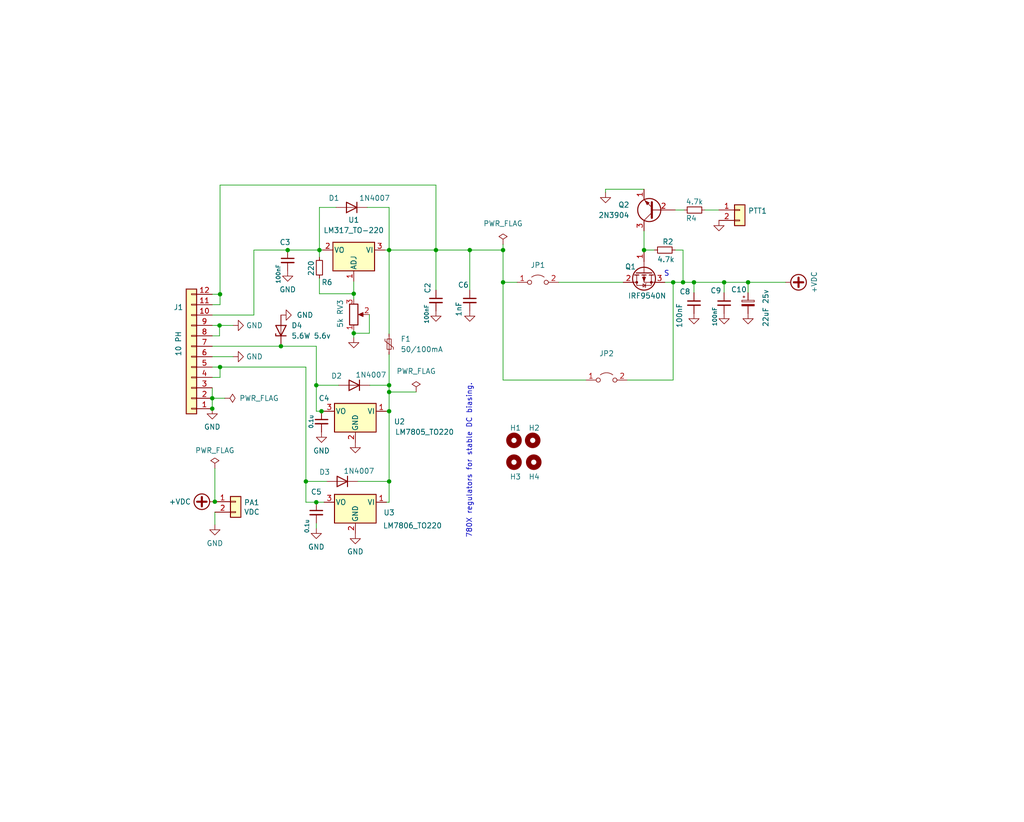
<source format=kicad_sch>
(kicad_sch (version 20211123) (generator eeschema)
  (paper "User" 250.012 200.812)
  (title_block (title "Power Block") (date "2022-03-13") (company "Dhiru Kholia (VU3CER)"))
  (lib_symbols
    (symbol "Connector_Generic:Conn_01x02" (pin_names (offset 1.016) hide)
      (property "Reference" "J" (at 0 2.54 0))
      (property "Value" "Conn_01x02" (at 0 -5.08 0))
      (symbol "Conn_01x02_1_1"
        (rectangle (start -1.27 -2.413) (end 0 -2.667) (stroke (width 0.1524)))
        (rectangle (start -1.27 0.127) (end 0 -0.127) (stroke (width 0.1524)))
        (rectangle (start -1.27 1.27) (end 1.27 -3.81) (stroke (width 0.254)) (fill (type background)))
        (pin passive line (at -5.08 0 0) (length 3.81) (name "Pin_1") (number "1"))
        (pin passive line (at -5.08 -2.54 0) (length 3.81) (name "Pin_2") (number "2"))
      )
    )
    (symbol "Connector_Generic:Conn_01x12" (pin_names (offset 1.016) hide)
      (property "Reference" "J" (at 0 15.24 0))
      (property "Value" "Conn_01x12" (at 0 -17.78 0))
      (symbol "Conn_01x12_1_1"
        (rectangle (start -1.27 -15.113) (end 0 -15.367) (stroke (width 0.1524)))
        (rectangle (start -1.27 -12.573) (end 0 -12.827) (stroke (width 0.1524)))
        (rectangle (start -1.27 -10.033) (end 0 -10.287) (stroke (width 0.1524)))
        (rectangle (start -1.27 -7.493) (end 0 -7.747) (stroke (width 0.1524)))
        (rectangle (start -1.27 -4.953) (end 0 -5.207) (stroke (width 0.1524)))
        (rectangle (start -1.27 -2.413) (end 0 -2.667) (stroke (width 0.1524)))
        (rectangle (start -1.27 0.127) (end 0 -0.127) (stroke (width 0.1524)))
        (rectangle (start -1.27 2.667) (end 0 2.413) (stroke (width 0.1524)))
        (rectangle (start -1.27 5.207) (end 0 4.953) (stroke (width 0.1524)))
        (rectangle (start -1.27 7.747) (end 0 7.493) (stroke (width 0.1524)))
        (rectangle (start -1.27 10.287) (end 0 10.033) (stroke (width 0.1524)))
        (rectangle (start -1.27 12.827) (end 0 12.573) (stroke (width 0.1524)))
        (rectangle (start -1.27 13.97) (end 1.27 -16.51) (stroke (width 0.254)) (fill (type background)))
        (pin passive line (at -5.08 12.7 0) (length 3.81) (name "Pin_1") (number "1"))
        (pin passive line (at -5.08 -10.16 0) (length 3.81) (name "Pin_10") (number "10"))
        (pin passive line (at -5.08 -12.7 0) (length 3.81) (name "Pin_11") (number "11"))
        (pin passive line (at -5.08 -15.24 0) (length 3.81) (name "Pin_12") (number "12"))
        (pin passive line (at -5.08 10.16 0) (length 3.81) (name "Pin_2") (number "2"))
        (pin passive line (at -5.08 7.62 0) (length 3.81) (name "Pin_3") (number "3"))
        (pin passive line (at -5.08 5.08 0) (length 3.81) (name "Pin_4") (number "4"))
        (pin passive line (at -5.08 2.54 0) (length 3.81) (name "Pin_5") (number "5"))
        (pin passive line (at -5.08 0 0) (length 3.81) (name "Pin_6") (number "6"))
        (pin passive line (at -5.08 -2.54 0) (length 3.81) (name "Pin_7") (number "7"))
        (pin passive line (at -5.08 -5.08 0) (length 3.81) (name "Pin_8") (number "8"))
        (pin passive line (at -5.08 -7.62 0) (length 3.81) (name "Pin_9") (number "9"))
      )
    )
    (symbol "Device:C_Polarized_Small" (pin_numbers hide) (pin_names (offset 0.254) hide)
      (property "Reference" "C" (at 0.254 1.778 0))
      (property "Value" "C_Polarized_Small" (at 0.254 -2.032 0))
      (symbol "C_Polarized_Small_0_1"
        (rectangle (start -1.524 -0.3048) (end 1.524 -0.6858) (fill (type outline)))
        (rectangle (start -1.524 0.6858) (end 1.524 0.3048))
        (polyline (pts (xy -1.27 1.524) (xy -0.762 1.524)))
        (polyline (pts (xy -1.016 1.27) (xy -1.016 1.778)))
      )
      (symbol "C_Polarized_Small_1_1"
        (pin passive line (at 0 2.54 270) (length 1.8542) (name "~") (number "1"))
        (pin passive line (at 0 -2.54 90) (length 1.8542) (name "~") (number "2"))
      )
    )
    (symbol "Device:C_Small" (pin_numbers hide) (pin_names (offset 0.254) hide)
      (property "Reference" "C" (at 0.254 1.778 0))
      (property "Value" "C_Small" (at 0.254 -2.032 0))
      (symbol "C_Small_0_1"
        (polyline (pts (xy -1.524 -0.508) (xy 1.524 -0.508)) (stroke (width 0.3302)))
        (polyline (pts (xy -1.524 0.508) (xy 1.524 0.508)) (stroke (width 0.3048)))
      )
      (symbol "C_Small_1_1"
        (pin passive line (at 0 2.54 270) (length 2.032) (name "~") (number "1"))
        (pin passive line (at 0 -2.54 90) (length 2.032) (name "~") (number "2"))
      )
    )
    (symbol "Device:D_Zener" (pin_numbers hide) (pin_names (offset 1.016) hide)
      (property "Reference" "D" (at 0 2.54 0))
      (property "Value" "D_Zener" (at 0 -2.54 0))
      (symbol "D_Zener_0_1"
        (polyline (pts (xy 1.27 0) (xy -1.27 0)))
        (polyline (pts (xy -1.27 -1.27) (xy -1.27 1.27) (xy -0.762 1.27)) (stroke (width 0.254)))
        (polyline (pts (xy 1.27 -1.27) (xy 1.27 1.27) (xy -1.27 0) (xy 1.27 -1.27)) (stroke (width 0.254)))
      )
      (symbol "D_Zener_1_1"
        (pin passive line (at -3.81 0 0) (length 2.54) (name "K") (number "1"))
        (pin passive line (at 3.81 0 180) (length 2.54) (name "A") (number "2"))
      )
    )
    (symbol "Device:Polyfuse_Small" (pin_numbers hide) (pin_names (offset 0))
      (property "Reference" "F" (at -1.905 0 90))
      (property "Value" "Polyfuse_Small" (at 1.905 0 90))
      (symbol "Polyfuse_Small_0_1"
        (rectangle (start -0.508 1.27) (end 0.508 -1.27))
        (polyline (pts (xy 0 2.54) (xy 0 -2.54)))
        (polyline (pts (xy -1.016 1.27) (xy -1.016 0.762) (xy 1.016 -0.762) (xy 1.016 -1.27)))
      )
      (symbol "Polyfuse_Small_1_1"
        (pin passive line (at 0 2.54 270) (length 0.635) (name "~") (number "1"))
        (pin passive line (at 0 -2.54 90) (length 0.635) (name "~") (number "2"))
      )
    )
    (symbol "Device:R_Potentiometer" (pin_names (offset 1.016) hide)
      (property "Reference" "RV" (at -4.445 0 90))
      (property "Value" "R_Potentiometer" (at -2.54 0 90))
      (symbol "R_Potentiometer_0_1"
        (polyline (pts (xy 2.54 0) (xy 1.524 0)))
        (polyline (pts (xy 1.143 0) (xy 2.286 0.508) (xy 2.286 -0.508) (xy 1.143 0)) (fill (type outline)))
        (rectangle (start 1.016 2.54) (end -1.016 -2.54) (stroke (width 0.254)))
      )
      (symbol "R_Potentiometer_1_1"
        (pin passive line (at 0 3.81 270) (length 1.27) (name "1") (number "1"))
        (pin passive line (at 3.81 0 180) (length 1.27) (name "2") (number "2"))
        (pin passive line (at 0 -3.81 90) (length 1.27) (name "3") (number "3"))
      )
    )
    (symbol "Device:R_Small" (pin_numbers hide) (pin_names (offset 0.254) hide)
      (property "Reference" "R" (at 0.762 0.508 0))
      (property "Value" "R_Small" (at 0.762 -1.016 0))
      (symbol "R_Small_0_1"
        (rectangle (start -0.762 1.778) (end 0.762 -1.778) (stroke (width 0.2032)))
      )
      (symbol "R_Small_1_1"
        (pin passive line (at 0 2.54 270) (length 0.762) (name "~") (number "1"))
        (pin passive line (at 0 -2.54 90) (length 0.762) (name "~") (number "2"))
      )
    )
    (symbol "Diode:1N4007" (pin_numbers hide) (pin_names (offset 1.016) hide)
      (property "Reference" "D" (at 0 2.54 0))
      (property "Value" "1N4007" (at 0 -2.54 0))
      (symbol "1N4007_0_1"
        (polyline (pts (xy -1.27 1.27) (xy -1.27 -1.27)) (stroke (width 0.254)))
        (polyline (pts (xy 1.27 0) (xy -1.27 0)))
        (polyline (pts (xy 1.27 1.27) (xy 1.27 -1.27) (xy -1.27 0) (xy 1.27 1.27)) (stroke (width 0.254)))
      )
      (symbol "1N4007_1_1"
        (pin passive line (at -3.81 0 0) (length 2.54) (name "K") (number "1"))
        (pin passive line (at 3.81 0 180) (length 2.54) (name "A") (number "2"))
      )
    )
    (symbol "Jumper:Jumper_2_Open" (pin_names (offset 0) hide)
      (property "Reference" "JP" (at 0 2.794 0))
      (property "Value" "Jumper_2_Open" (at 0 -2.286 0))
      (symbol "Jumper_2_Open_0_0"
        (circle (center -2.032 0) (radius 0.508))
        (circle (center 2.032 0) (radius 0.508))
      )
      (symbol "Jumper_2_Open_0_1"
        (arc (start 1.524 1.27) (mid 0 1.778) (end -1.524 1.27))
      )
      (symbol "Jumper_2_Open_1_1"
        (pin passive line (at -5.08 0 0) (length 2.54) (name "A") (number "1"))
        (pin passive line (at 5.08 0 180) (length 2.54) (name "B") (number "2"))
      )
    )
    (symbol "Mechanical:MountingHole" (pin_names (offset 1.016))
      (property "Reference" "H" (at 0 5.08 0))
      (property "Value" "MountingHole" (at 0 3.175 0))
      (symbol "MountingHole_0_1"
        (circle (center 0 0) (radius 1.27) (stroke (width 1.27)))
      )
    )
    (symbol "Regulator_Linear:LM317_TO-220" (pin_names (offset 0.254))
      (property "Reference" "U" (at -3.81 3.175 0))
      (property "Value" "LM317_TO-220" (at 0 3.175 0))
      (symbol "LM317_TO-220_0_1"
        (rectangle (start -5.08 1.905) (end 5.08 -5.08) (stroke (width 0.254)) (fill (type background)))
      )
      (symbol "LM317_TO-220_1_1"
        (pin input line (at 0 -7.62 90) (length 2.54) (name "ADJ") (number "1"))
        (pin power_out line (at 7.62 0 180) (length 2.54) (name "VO") (number "2"))
        (pin power_in line (at -7.62 0 0) (length 2.54) (name "VI") (number "3"))
      )
    )
    (symbol "Regulator_Linear:LM7805_TO220" (pin_names (offset 0.254))
      (property "Reference" "U" (at -3.81 3.175 0))
      (property "Value" "LM7805_TO220" (at 0 3.175 0))
      (symbol "LM7805_TO220_0_1"
        (rectangle (start -5.08 1.905) (end 5.08 -5.08) (stroke (width 0.254)) (fill (type background)))
      )
      (symbol "LM7805_TO220_1_1"
        (pin power_in line (at -7.62 0 0) (length 2.54) (name "VI") (number "1"))
        (pin power_in line (at 0 -7.62 90) (length 2.54) (name "GND") (number "2"))
        (pin power_out line (at 7.62 0 180) (length 2.54) (name "VO") (number "3"))
      )
    )
    (symbol "Regulator_Linear:LM7806_TO220" (pin_names (offset 0.254))
      (property "Reference" "U" (at -3.81 3.175 0))
      (property "Value" "LM7806_TO220" (at 0 3.175 0))
      (symbol "LM7806_TO220_0_1"
        (rectangle (start -5.08 1.905) (end 5.08 -5.08) (stroke (width 0.254)) (fill (type background)))
      )
      (symbol "LM7806_TO220_1_1"
        (pin power_in line (at -7.62 0 0) (length 2.54) (name "VI") (number "1"))
        (pin power_in line (at 0 -7.62 90) (length 2.54) (name "GND") (number "2"))
        (pin power_out line (at 7.62 0 180) (length 2.54) (name "VO") (number "3"))
      )
    )
    (symbol "Transistor_BJT:2N3904" (pin_names (offset 0) hide)
      (property "Reference" "Q" (at 5.08 1.905 0))
      (property "Value" "2N3904" (at 5.08 0 0))
      (symbol "2N3904_0_1"
        (polyline (pts (xy 0.635 0.635) (xy 2.54 2.54)))
        (polyline (pts (xy 0.635 -0.635) (xy 2.54 -2.54) (xy 2.54 -2.54)))
        (polyline (pts (xy 0.635 1.905) (xy 0.635 -1.905) (xy 0.635 -1.905)) (stroke (width 0.508)))
        (polyline (pts (xy 1.27 -1.778) (xy 1.778 -1.27) (xy 2.286 -2.286) (xy 1.27 -1.778) (xy 1.27 -1.778)) (fill (type outline)))
        (circle (center 1.27 0) (radius 2.8194) (stroke (width 0.254)))
      )
      (symbol "2N3904_1_1"
        (pin passive line (at 2.54 -5.08 90) (length 2.54) (name "E") (number "1"))
        (pin passive line (at -5.08 0 0) (length 5.715) (name "B") (number "2"))
        (pin passive line (at 2.54 5.08 270) (length 2.54) (name "C") (number "3"))
      )
    )
    (symbol "Transistor_FET:IRF9540N" (pin_names hide)
      (property "Reference" "Q" (at 5.08 1.905 0))
      (property "Value" "IRF9540N" (at 5.08 0 0))
      (symbol "IRF9540N_0_1"
        (polyline (pts (xy 0.254 0) (xy -2.54 0)))
        (polyline (pts (xy 0.254 1.905) (xy 0.254 -1.905)) (stroke (width 0.254)))
        (polyline (pts (xy 0.762 -1.27) (xy 0.762 -2.286)) (stroke (width 0.254)))
        (polyline (pts (xy 0.762 0.508) (xy 0.762 -0.508)) (stroke (width 0.254)))
        (polyline (pts (xy 0.762 2.286) (xy 0.762 1.27)) (stroke (width 0.254)))
        (polyline (pts (xy 2.54 2.54) (xy 2.54 1.778)))
        (polyline (pts (xy 2.54 -2.54) (xy 2.54 0) (xy 0.762 0)))
        (polyline (pts (xy 0.762 1.778) (xy 3.302 1.778) (xy 3.302 -1.778) (xy 0.762 -1.778)))
        (polyline (pts (xy 2.286 0) (xy 1.27 0.381) (xy 1.27 -0.381) (xy 2.286 0)) (fill (type outline)))
        (polyline (pts (xy 2.794 -0.508) (xy 2.921 -0.381) (xy 3.683 -0.381) (xy 3.81 -0.254)))
        (polyline (pts (xy 3.302 -0.381) (xy 2.921 0.254) (xy 3.683 0.254) (xy 3.302 -0.381)))
        (circle (center 1.651 0) (radius 2.794) (stroke (width 0.254)))
        (circle (center 2.54 -1.778) (radius 0.254) (fill (type outline)))
        (circle (center 2.54 1.778) (radius 0.254) (fill (type outline)))
      )
      (symbol "IRF9540N_1_1"
        (pin input line (at -5.08 0 0) (length 2.54) (name "G") (number "1"))
        (pin passive line (at 2.54 5.08 270) (length 2.54) (name "D") (number "2"))
        (pin passive line (at 2.54 -5.08 90) (length 2.54) (name "S") (number "3"))
      )
    )
    (symbol "power:+VDC" (power) (pin_names (offset 0))
      (property "Value" "+VDC" (at 0 6.35 0))
      (symbol "+VDC_0_1"
        (polyline (pts (xy -1.143 3.175) (xy 1.143 3.175)) (stroke (width 0.508)))
        (polyline (pts (xy 0 0) (xy 0 1.27)))
        (polyline (pts (xy 0 2.032) (xy 0 4.318)) (stroke (width 0.508)))
        (circle (center 0 3.175) (radius 1.905) (stroke (width 0.254)))
      )
      (symbol "+VDC_1_1"
        (pin power_in line (at 0 0 90) (length 0) hide (name "+VDC") (number "1"))
      )
    )
    (symbol "power:GND" (power) (pin_names (offset 0))
      (property "Value" "GND" (at 0 -3.81 0))
      (symbol "GND_0_1"
        (polyline (pts (xy 0 0) (xy 0 -1.27) (xy 1.27 -1.27) (xy 0 -2.54) (xy -1.27 -1.27) (xy 0 -1.27)))
      )
      (symbol "GND_1_1"
        (pin power_in line (at 0 0 270) (length 0) hide (name "GND") (number "1"))
      )
    )
    (symbol "power:PWR_FLAG" (power) (pin_numbers hide) (pin_names (offset 0) hide)
      (property "Value" "PWR_FLAG" (at 0 3.81 0))
      (symbol "PWR_FLAG_0_0"
        (pin power_out line (at 0 0 90) (length 0) (name "pwr") (number "1"))
      )
      (symbol "PWR_FLAG_0_1"
        (polyline (pts (xy 0 0) (xy 0 1.27) (xy -1.016 1.905) (xy 0 2.54) (xy 1.016 1.905) (xy 0 1.27)))
      )
    )
  )
  (junction (at 51.816 97.282))
  (junction (at 78.486 100.457))
  (junction (at 74.676 117.602))
  (junction (at 169.418 68.961))
  (junction (at 94.996 94.107))
  (junction (at 106.426 61.087))
  (junction (at 94.996 61.087))
  (junction (at 176.784 68.961))
  (junction (at 164.338 68.961))
  (junction (at 53.721 89.662))
  (junction (at 114.681 61.087))
  (junction (at 77.978 61.087))
  (junction (at 52.451 122.555))
  (junction (at 53.594 79.502))
  (junction (at 94.996 95.758))
  (junction (at 70.231 61.087))
  (junction (at 166.751 68.961))
  (junction (at 94.996 117.602))
  (junction (at 86.36 71.755))
  (junction (at 86.36 81.407))
  (junction (at 122.809 68.961))
  (junction (at 94.996 100.457))
  (junction (at 122.809 61.087))
  (junction (at 77.216 122.682))
  (junction (at 68.58 84.582))
  (junction (at 182.626 68.961))
  (junction (at 157.226 61.087))
  (junction (at 77.216 94.107))
  (junction (at 53.721 71.882))
  (junction (at 51.816 99.822))
  (wire (pts (xy 162.306 68.961) (xy 164.338 68.961)))
  (wire (pts (xy 77.978 61.087) (xy 77.978 62.865)))
  (wire (pts (xy 53.594 79.502) (xy 56.896 79.502)))
  (wire (pts (xy 122.809 68.961) (xy 122.809 61.087)))
  (wire (pts (xy 77.216 84.582) (xy 77.216 94.107)))
  (wire (pts (xy 94.996 100.457) (xy 94.361 100.457)))
  (wire (pts (xy 164.846 61.087) (xy 166.751 61.087)))
  (wire (pts (xy 164.338 68.961) (xy 164.338 92.837)))
  (wire (pts (xy 61.976 61.087) (xy 70.231 61.087)))
  (wire (pts (xy 106.426 61.087) (xy 114.681 61.087)))
  (wire (pts (xy 164.846 51.308) (xy 167.005 51.308)))
  (wire (pts (xy 90.17 81.407) (xy 90.17 76.835)))
  (wire (pts (xy 53.721 92.202) (xy 53.721 89.662)))
  (wire (pts (xy 94.996 95.758) (xy 94.996 100.457)))
  (wire (pts (xy 94.996 100.457) (xy 94.996 117.602)))
  (wire (pts (xy 166.751 61.087) (xy 166.751 68.961)))
  (wire (pts (xy 106.426 61.087) (xy 106.426 70.866)))
  (wire (pts (xy 53.721 45.212) (xy 106.426 45.212)))
  (wire (pts (xy 52.451 128.143) (xy 52.451 125.095)))
  (wire (pts (xy 94.996 50.673) (xy 94.996 61.087)))
  (wire (pts (xy 79.121 100.457) (xy 78.486 100.457)))
  (wire (pts (xy 51.816 94.742) (xy 51.816 97.282)))
  (wire (pts (xy 51.816 71.882) (xy 53.721 71.882)))
  (wire (pts (xy 77.216 122.682) (xy 79.121 122.682)))
  (wire (pts (xy 74.676 117.602) (xy 79.756 117.602)))
  (wire (pts (xy 122.809 59.69) (xy 122.809 61.087)))
  (wire (pts (xy 94.996 61.087) (xy 94.996 81.534)))
  (wire (pts (xy 182.626 68.961) (xy 182.626 71.501)))
  (wire (pts (xy 94.996 61.087) (xy 106.426 61.087)))
  (wire (pts (xy 147.828 46.228) (xy 157.226 46.228)))
  (wire (pts (xy 70.231 61.087) (xy 77.978 61.087)))
  (wire (pts (xy 74.676 117.602) (xy 74.676 122.682)))
  (wire (pts (xy 89.662 50.673) (xy 94.996 50.673)))
  (wire (pts (xy 86.36 81.407) (xy 90.17 81.407)))
  (wire (pts (xy 114.681 70.866) (xy 114.681 61.087)))
  (wire (pts (xy 122.809 68.961) (xy 126.238 68.961)))
  (wire (pts (xy 157.226 56.388) (xy 157.226 61.087)))
  (wire (pts (xy 169.418 71.501) (xy 169.418 68.961)))
  (wire (pts (xy 94.996 122.682) (xy 94.361 122.682)))
  (wire (pts (xy 51.816 92.202) (xy 53.721 92.202)))
  (wire (pts (xy 94.996 94.107) (xy 94.996 95.758)))
  (wire (pts (xy 61.976 76.962) (xy 61.976 61.087)))
  (wire (pts (xy 166.751 68.961) (xy 169.418 68.961)))
  (wire (pts (xy 77.978 61.087) (xy 78.74 61.087)))
  (wire (pts (xy 176.784 68.961) (xy 182.626 68.961)))
  (wire (pts (xy 51.816 89.662) (xy 53.721 89.662)))
  (wire (pts (xy 51.816 76.962) (xy 61.976 76.962)))
  (wire (pts (xy 53.721 71.882) (xy 53.721 45.212)))
  (wire (pts (xy 122.809 68.961) (xy 122.809 92.837)))
  (wire (pts (xy 53.594 79.502) (xy 53.594 82.042)))
  (wire (pts (xy 122.809 92.837) (xy 143.002 92.837)))
  (wire (pts (xy 164.338 68.961) (xy 166.751 68.961)))
  (wire (pts (xy 74.676 122.682) (xy 77.216 122.682)))
  (wire (pts (xy 51.816 97.282) (xy 54.864 97.282)))
  (wire (pts (xy 51.816 87.122) (xy 56.896 87.122)))
  (wire (pts (xy 153.162 92.837) (xy 164.338 92.837)))
  (wire (pts (xy 147.828 46.99) (xy 147.828 46.228)))
  (wire (pts (xy 77.978 50.673) (xy 77.978 61.087)))
  (wire (pts (xy 191.77 68.961) (xy 182.626 68.961)))
  (wire (pts (xy 53.721 74.422) (xy 51.816 74.422)))
  (wire (pts (xy 157.226 61.087) (xy 159.766 61.087)))
  (wire (pts (xy 86.36 68.707) (xy 86.36 71.755)))
  (wire (pts (xy 52.451 114.427) (xy 52.451 122.555)))
  (wire (pts (xy 94.996 86.614) (xy 94.996 94.107)))
  (wire (pts (xy 51.816 97.282) (xy 51.816 99.822)))
  (wire (pts (xy 77.978 50.673) (xy 82.042 50.673)))
  (wire (pts (xy 86.36 71.755) (xy 86.36 73.025)))
  (wire (pts (xy 87.376 117.602) (xy 94.996 117.602)))
  (wire (pts (xy 94.996 95.758) (xy 101.6 95.758)))
  (wire (pts (xy 77.216 100.457) (xy 77.216 94.107)))
  (wire (pts (xy 86.36 82.423) (xy 86.36 81.407)))
  (wire (pts (xy 77.978 67.945) (xy 77.978 71.755)))
  (wire (pts (xy 93.98 61.087) (xy 94.996 61.087)))
  (wire (pts (xy 77.216 127.762) (xy 77.216 129.032)))
  (wire (pts (xy 53.594 82.042) (xy 51.816 82.042)))
  (wire (pts (xy 74.676 89.662) (xy 74.676 117.602)))
  (wire (pts (xy 53.721 71.882) (xy 53.721 74.422)))
  (wire (pts (xy 136.398 68.961) (xy 152.146 68.961)))
  (wire (pts (xy 169.418 68.961) (xy 176.784 68.961)))
  (wire (pts (xy 94.996 117.602) (xy 94.996 122.682)))
  (wire (pts (xy 68.58 84.582) (xy 77.216 84.582)))
  (wire (pts (xy 53.721 89.662) (xy 74.676 89.662)))
  (wire (pts (xy 90.297 94.107) (xy 94.996 94.107)))
  (wire (pts (xy 114.681 61.087) (xy 122.809 61.087)))
  (wire (pts (xy 172.085 51.308) (xy 175.514 51.308)))
  (wire (pts (xy 106.426 61.087) (xy 106.426 45.212)))
  (wire (pts (xy 51.816 79.502) (xy 53.594 79.502)))
  (wire (pts (xy 51.816 84.582) (xy 68.58 84.582)))
  (wire (pts (xy 86.36 81.407) (xy 86.36 80.645)))
  (wire (pts (xy 77.216 94.107) (xy 82.677 94.107)))
  (wire (pts (xy 157.226 61.341) (xy 157.226 61.087)))
  (wire (pts (xy 176.784 68.961) (xy 176.784 71.501)))
  (wire (pts (xy 78.486 100.457) (xy 77.216 100.457)))
  (wire (pts (xy 77.978 71.755) (xy 86.36 71.755)))
  (text "780X regulators for stable DC biasing." (at 115.316 131.572 90) (effects (font (size 1.27 1.27)) (justify left bottom)))
  (text "S" (at 162.052 67.691 0) (effects (font (size 1.27 1.27)) (justify left bottom)))
  (symbol (lib_id "Diode:1N4007") (at 85.852 50.673 180) (unit 1)
    (property "Reference" "D1" (at 81.534 48.387 0))
    (property "Value" "1N4007" (at 91.44 48.387 0))
    (property "Footprint" "Diode_SMD:D_SMA_Handsoldering" (effects hide))
    (property "Datasheet" "http://www.vishay.com/docs/88503/1n4001.pdf" (effects hide))
  )
  (symbol (lib_id "Device:C_Small") (at 106.426 73.406 0) (unit 1)
    (property "Reference" "C2" (at 104.394 70.358 90))
    (property "Value" "100nF" (at 104.14 76.708 90) (effects (font (size 0.9906 0.9906))))
    (property "Footprint" "Capacitor_SMD:C_1206_3216Metric_Pad1.33x1.80mm_HandSolder" (effects hide))
  )
  (symbol (lib_id "Jumper:Jumper_2_Open") (at 131.318 68.961 0) (unit 1)
    (property "Reference" "JP1" (at 131.318 64.77 0))
    (property "Value" "Jumper_2_Open" (effects hide))
    (property "Footprint" "Connector_PinHeader_2.54mm:PinHeader_1x02_P2.54mm_Vertical" (effects hide))
  )
  (symbol (lib_id "Mechanical:MountingHole") (at 130.302 112.903 0) (unit 1)
    (property "Reference" "H4" (at 129.032 116.459 0) (effects (justify left)))
    (property "Value" "MountingHole" (effects hide))
    (property "Footprint" "MountingHole:MountingHole_2.2mm_M2" (effects hide))
  )
  (symbol (lib_id "power:GND") (at 70.231 66.167 0) (unit 1)
    (property "Reference" "#PWR04" (effects hide))
    (property "Value" "GND" (at 70.231 70.739 0))
  )
  (symbol (lib_id "Device:C_Small") (at 78.486 102.997 0) (unit 1)
    (property "Reference" "C4" (at 79.121 97.282 0))
    (property "Value" "0.1u" (at 75.946 102.997 90) (effects (font (size 0.9906 0.9906))))
    (property "Footprint" "Capacitor_SMD:C_1206_3216Metric_Pad1.33x1.80mm_HandSolder" (effects hide))
  )
  (symbol (lib_id "power:PWR_FLAG") (at 54.864 97.282 270) (unit 1)
    (property "Reference" "#FLG0102" (effects hide))
    (property "Value" "PWR_FLAG" (at 58.42 97.2819 90) (effects (justify left)))
  )
  (symbol (lib_id "Jumper:Jumper_2_Open") (at 148.082 92.837 0) (unit 1)
    (property "Reference" "JP2" (at 148.082 86.36 0))
    (property "Value" "Jumper_2_Open" (effects hide))
    (property "Footprint" "Connector_PinHeader_2.54mm:PinHeader_1x02_P2.54mm_Vertical" (effects hide))
  )
  (symbol (lib_id "Diode:1N4007") (at 83.566 117.602 180) (unit 1)
    (property "Reference" "D3" (at 79.248 115.316 0))
    (property "Value" "1N4007" (at 87.63 115.062 0))
    (property "Footprint" "Diode_SMD:D_SMA_Handsoldering" (effects hide))
    (property "Datasheet" "http://www.vishay.com/docs/88503/1n4001.pdf" (effects hide))
  )
  (symbol (lib_id "Transistor_FET:IRF9540N") (at 157.226 66.421 90) (mirror x) (unit 1)
    (property "Reference" "Q1" (at 153.924 65.151 90))
    (property "Value" "IRF9540N" (at 157.988 72.263 90))
    (property "Footprint" "Package_TO_SOT_THT:TO-220-3_Vertical" (effects hide))
    (property "Datasheet" "http://www.irf.com/product-info/datasheets/data/irf9540n.pdf" (effects hide))
  )
  (symbol (lib_id "power:GND") (at 86.36 82.423 0) (unit 1)
    (property "Reference" "#PWR0117" (effects hide))
    (property "Value" "GND" (effects hide))
  )
  (symbol (lib_id "Device:C_Small") (at 169.418 74.041 0) (unit 1)
    (property "Reference" "C8" (at 165.862 71.247 0) (effects (justify left)))
    (property "Value" "100nF" (at 165.862 80.137 90) (effects (justify left)))
    (property "Footprint" "Capacitor_SMD:C_1206_3216Metric_Pad1.33x1.80mm_HandSolder" (effects hide))
  )
  (symbol (lib_id "power:GND") (at 169.418 76.581 0) (unit 1)
    (property "Reference" "#PWR013" (effects hide))
    (property "Value" "GND" (effects hide))
  )
  (symbol (lib_id "Transistor_BJT:2N3904") (at 159.766 51.308 180) (unit 1)
    (property "Reference" "Q2" (at 153.67 50.0379 0) (effects (justify left)))
    (property "Value" "2N3904" (at 153.67 52.5779 0) (effects (justify left)))
    (property "Footprint" "Connector_PinSocket_2.54mm:PinSocket_1x03_P2.54mm_Vertical" (effects hide))
    (property "Datasheet" "https://www.onsemi.com/pub/Collateral/2N3903-D.PDF" (effects hide))
  )
  (symbol (lib_id "Connector_Generic:Conn_01x02") (at 180.594 51.308 0) (unit 1)
    (property "Reference" "PTT1" (at 182.626 51.5112 0) (effects (justify left)))
    (property "Value" "PTT" (effects hide))
    (property "Footprint" "Connector_PinHeader_2.54mm:PinHeader_1x02_P2.54mm_Vertical" (effects hide))
  )
  (symbol (lib_id "power:GND") (at 182.626 76.581 0) (unit 1)
    (property "Reference" "#PWR016" (effects hide))
    (property "Value" "GND" (effects hide))
  )
  (symbol (lib_id "Device:C_Polarized_Small") (at 182.626 74.041 0) (unit 1)
    (property "Reference" "C10" (at 178.435 70.739 0) (effects (justify left)))
    (property "Value" "22uF 25v" (at 186.944 79.883 90) (effects (justify left)))
    (property "Footprint" "Capacitor_THT:CP_Radial_D5.0mm_P2.50mm" (effects hide))
  )
  (symbol (lib_id "Device:C_Small") (at 114.681 73.406 0) (unit 1)
    (property "Reference" "C6" (at 111.76 69.596 0) (effects (justify left)))
    (property "Value" "1nF" (at 112.014 77.343 90) (effects (justify left)))
    (property "Footprint" "Capacitor_SMD:C_1206_3216Metric_Pad1.33x1.80mm_HandSolder" (effects hide))
  )
  (symbol (lib_id "power:GND") (at 56.896 79.502 90) (unit 1)
    (property "Reference" "#PWR0102" (effects hide))
    (property "Value" "GND" (at 60.071 79.5019 90) (effects (justify right)))
  )
  (symbol (lib_id "Device:R_Small") (at 169.545 51.308 90) (unit 1)
    (property "Reference" "R4" (at 168.783 53.34 90))
    (property "Value" "4.7k" (at 169.545 49.276 90))
    (property "Footprint" "Resistor_SMD:R_1206_3216Metric_Pad1.30x1.75mm_HandSolder" (effects hide))
  )
  (symbol (lib_id "power:PWR_FLAG") (at 52.451 114.427 0) (unit 1)
    (property "Reference" "#FLG01" (effects hide))
    (property "Value" "PWR_FLAG" (at 52.451 110.0328 0))
  )
  (symbol (lib_id "power:GND") (at 114.681 75.946 0) (unit 1)
    (property "Reference" "#PWR09" (effects hide))
    (property "Value" "GND" (effects hide))
  )
  (symbol (lib_id "Mechanical:MountingHole") (at 125.476 112.903 0) (unit 1)
    (property "Reference" "H3" (at 124.46 116.459 0) (effects (justify left)))
    (property "Value" "MountingHole" (effects hide))
    (property "Footprint" "MountingHole:MountingHole_2.2mm_M2" (effects hide))
  )
  (symbol (lib_id "power:GND") (at 86.741 108.077 0) (unit 1)
    (property "Reference" "#PWR01" (effects hide))
    (property "Value" "GND" (effects hide))
  )
  (symbol (lib_id "power:GND") (at 52.451 128.143 0) (unit 1)
    (property "Reference" "#PWR08" (effects hide))
    (property "Value" "GND" (at 52.451 132.715 0))
  )
  (symbol (lib_id "power:PWR_FLAG") (at 101.6 95.758 0) (unit 1)
    (property "Reference" "#FLG0103" (effects hide))
    (property "Value" "PWR_FLAG" (at 101.6 90.678 0))
  )
  (symbol (lib_id "power:GND") (at 77.216 129.032 0) (unit 1)
    (property "Reference" "#PWR06" (effects hide))
    (property "Value" "GND" (at 77.216 133.604 0))
  )
  (symbol (lib_id "power:+VDC") (at 52.451 122.555 90) (unit 1)
    (property "Reference" "#PWR07" (effects hide))
    (property "Value" "+VDC" (at 46.6344 122.555 90) (effects (justify left)))
  )
  (symbol (lib_id "Device:R_Small") (at 77.978 65.405 0) (unit 1)
    (property "Reference" "R6" (at 78.486 68.961 0) (effects (justify left)))
    (property "Value" "220" (at 75.946 67.437 90) (effects (justify left)))
    (property "Footprint" "Resistor_SMD:R_1206_3216Metric_Pad1.30x1.75mm_HandSolder" (effects hide))
  )
  (symbol (lib_id "Device:R_Small") (at 162.306 61.087 90) (unit 1)
    (property "Reference" "R2" (at 163.068 59.055 90))
    (property "Value" "4.7k" (at 162.56 63.373 90))
    (property "Footprint" "Resistor_SMD:R_1206_3216Metric_Pad1.30x1.75mm_HandSolder" (effects hide))
  )
  (symbol (lib_id "Device:Polyfuse_Small") (at 94.996 84.074 0) (unit 1)
    (property "Reference" "F1" (at 97.79 82.8039 0) (effects (justify left)))
    (property "Value" "50/100mA" (at 97.79 85.3439 0) (effects (justify left)))
    (property "Footprint" "Capacitor_THT:C_Disc_D5.0mm_W2.5mm_P5.00mm" (effects hide))
  )
  (symbol (lib_id "Device:C_Small") (at 176.784 74.041 0) (unit 1)
    (property "Reference" "C9" (at 174.752 70.993 0))
    (property "Value" "100nF" (at 174.498 77.343 90) (effects (font (size 0.9906 0.9906))))
    (property "Footprint" "Capacitor_SMD:C_1206_3216Metric_Pad1.33x1.80mm_HandSolder" (effects hide))
  )
  (symbol (lib_id "Mechanical:MountingHole") (at 130.048 107.569 0) (unit 1)
    (property "Reference" "H2" (at 129.032 104.521 0) (effects (justify left)))
    (property "Value" "MountingHole" (effects hide))
    (property "Footprint" "MountingHole:MountingHole_2.2mm_M2" (effects hide))
  )
  (symbol (lib_id "power:PWR_FLAG") (at 122.809 59.69 0) (unit 1)
    (property "Reference" "#FLG0101" (effects hide))
    (property "Value" "PWR_FLAG" (at 122.809 54.61 0))
  )
  (symbol (lib_id "power:GND") (at 78.486 105.537 0) (unit 1)
    (property "Reference" "#PWR05" (effects hide))
    (property "Value" "GND" (at 78.486 110.109 0))
  )
  (symbol (lib_id "power:GND") (at 176.784 76.581 0) (unit 1)
    (property "Reference" "#PWR015" (effects hide))
    (property "Value" "GND" (effects hide))
  )
  (symbol (lib_id "power:GND") (at 175.514 53.848 0) (unit 1)
    (property "Reference" "#PWR014" (effects hide))
    (property "Value" "GND" (effects hide))
  )
  (symbol (lib_id "Device:R_Potentiometer") (at 86.36 76.835 0) (mirror x) (unit 1)
    (property "Reference" "RV3" (at 83.058 75.057 90))
    (property "Value" "5k" (at 83.058 78.867 90))
    (property "Footprint" "Potentiometer_THT:Potentiometer_Runtron_RM-065_Vertical" (effects hide))
  )
  (symbol (lib_id "power:GND") (at 86.741 130.302 0) (unit 1)
    (property "Reference" "#PWR02" (effects hide))
    (property "Value" "GND" (at 86.741 134.747 0))
  )
  (symbol (lib_id "Device:C_Small") (at 70.231 63.627 0) (unit 1)
    (property "Reference" "C3" (at 69.596 59.182 0))
    (property "Value" "100nF" (at 67.945 66.929 90) (effects (font (size 0.9906 0.9906))))
    (property "Footprint" "Capacitor_SMD:C_1206_3216Metric_Pad1.33x1.80mm_HandSolder" (effects hide))
  )
  (symbol (lib_id "Device:C_Small") (at 77.216 125.222 0) (unit 1)
    (property "Reference" "C5" (at 77.216 120.142 0))
    (property "Value" "0.1u" (at 74.93 128.524 90) (effects (font (size 0.9906 0.9906))))
    (property "Footprint" "Capacitor_SMD:C_1206_3216Metric_Pad1.33x1.80mm_HandSolder" (effects hide))
  )
  (symbol (lib_id "Regulator_Linear:LM7805_TO220") (at 86.741 100.457 0) (mirror y) (unit 1)
    (property "Reference" "U2" (at 97.536 102.997 0))
    (property "Value" "LM7805_TO220" (at 110.871 105.537 0) (effects (justify left)))
    (property "Footprint" "Package_TO_SOT_THT:TO-220-3_Vertical" (effects hide))
    (property "Datasheet" "https://www.onsemi.cn/PowerSolutions/document/MC7800-D.PDF" (effects hide))
  )
  (symbol (lib_id "Mechanical:MountingHole") (at 125.476 107.569 0) (unit 1)
    (property "Reference" "H1" (at 124.46 104.521 0) (effects (justify left)))
    (property "Value" "MountingHole" (effects hide))
    (property "Footprint" "MountingHole:MountingHole_2.2mm_M2" (effects hide))
  )
  (symbol (lib_id "power:GND") (at 56.896 87.122 90) (unit 1)
    (property "Reference" "#PWR0101" (effects hide))
    (property "Value" "GND" (at 60.071 87.1219 90) (effects (justify right)))
  )
  (symbol (lib_id "Connector_Generic:Conn_01x12") (at 46.736 87.122 180) (unit 1)
    (property "Reference" "J1" (at 43.561 75.057 0))
    (property "Value" "10 PH" (at 43.561 83.947 90))
    (property "Footprint" "Connector_PinHeader_2.54mm:PinHeader_1x12_P2.54mm_Vertical" (effects hide))
  )
  (symbol (lib_id "power:GND") (at 51.816 99.822 0) (unit 1)
    (property "Reference" "#PWR03" (effects hide))
    (property "Value" "GND" (at 51.816 104.267 0))
  )
  (symbol (lib_id "power:GND") (at 147.828 46.99 0) (unit 1)
    (property "Reference" "#PWR010" (effects hide))
    (property "Value" "GND" (effects hide))
  )
  (symbol (lib_id "power:GND") (at 106.426 75.946 0) (unit 1)
    (property "Reference" "#PWR0105" (effects hide))
    (property "Value" "GND" (effects hide))
  )
  (symbol (lib_id "Regulator_Linear:LM317_TO-220") (at 86.36 61.087 0) (mirror y) (unit 1)
    (property "Reference" "U1" (at 86.36 53.721 0))
    (property "Value" "LM317_TO-220" (at 86.36 56.261 0))
    (property "Footprint" "Package_TO_SOT_THT:TO-220-3_Vertical" (effects hide))
    (property "Datasheet" "http://www.ti.com/lit/ds/symlink/lm317.pdf" (effects hide))
  )
  (symbol (lib_id "power:+VDC") (at 191.77 68.961 270) (unit 1)
    (property "Reference" "#PWR017" (effects hide))
    (property "Value" "+VDC" (at 198.755 68.961 0))
  )
  (symbol (lib_id "power:GND") (at 68.58 76.962 90) (unit 1)
    (property "Reference" "#PWR011" (effects hide))
    (property "Value" "GND" (at 72.39 76.9619 90) (effects (justify right)))
  )
  (symbol (lib_id "Regulator_Linear:LM7806_TO220") (at 86.741 122.682 0) (mirror y) (unit 1)
    (property "Reference" "U3" (at 94.996 125.222 0))
    (property "Value" "LM7806_TO220" (at 100.711 128.397 0))
    (property "Footprint" "Package_TO_SOT_THT:TO-220-3_Vertical" (effects hide))
    (property "Datasheet" "https://www.onsemi.cn/PowerSolutions/document/MC7800-D.PDF" (effects hide))
  )
  (symbol (lib_id "Connector_Generic:Conn_01x02") (at 57.531 122.555 0) (unit 1)
    (property "Reference" "PA1" (at 59.563 122.7582 0) (effects (justify left)))
    (property "Value" "VDC" (at 59.563 125.0696 0) (effects (justify left)))
    (property "Footprint" "Connector_PinHeader_2.54mm:PinHeader_1x02_P2.54mm_Vertical" (effects hide))
  )
  (symbol (lib_id "Diode:1N4007") (at 86.487 94.107 180) (unit 1)
    (property "Reference" "D2" (at 82.169 91.821 0))
    (property "Value" "1N4007" (at 90.551 91.567 0))
    (property "Footprint" "Diode_SMD:D_SMA_Handsoldering" (effects hide))
    (property "Datasheet" "http://www.vishay.com/docs/88503/1n4001.pdf" (effects hide))
  )
  (symbol (lib_id "Device:D_Zener") (at 68.58 80.772 90) (unit 1)
    (property "Reference" "D4" (at 71.12 79.5019 90) (effects (justify right)))
    (property "Value" "5.6W 5.6v" (at 71.12 82.0419 90) (effects (justify right)))
    (property "Footprint" "Diode_THT:D_DO-15_P5.08mm_Vertical_KathodeUp" (effects hide))
  )
)
</source>
